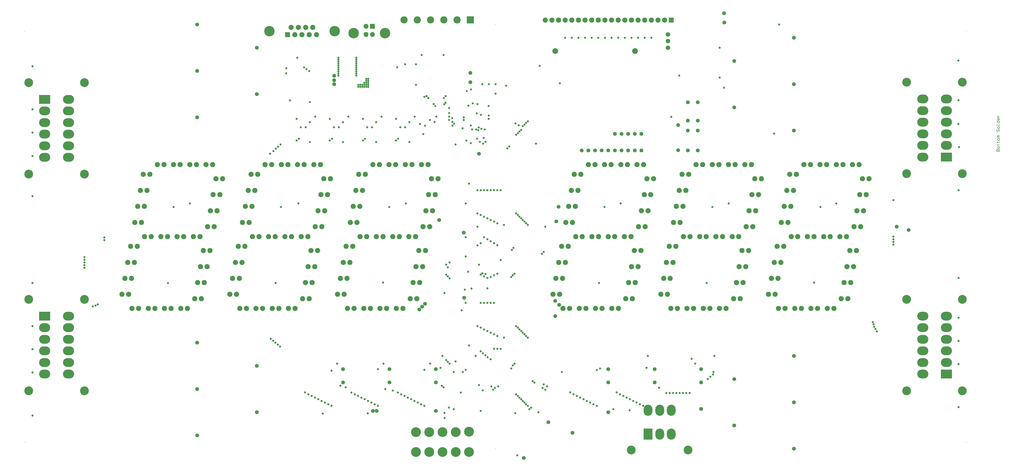
<source format=gbs>
%FSLAX23Y23*%
%MOIN*%
G70*
G01*
G75*
G04 Layer_Color=16711935*
%ADD10R,0.012X0.063*%
%ADD11R,0.050X0.055*%
%ADD12R,0.063X0.012*%
%ADD13R,0.055X0.050*%
%ADD14R,0.012X0.024*%
%ADD15R,0.024X0.012*%
%ADD16R,0.132X0.132*%
%ADD17R,0.024X0.081*%
%ADD18R,0.024X0.087*%
%ADD19R,0.075X0.051*%
%ADD20R,0.089X0.024*%
%ADD21R,0.055X0.065*%
%ADD22R,0.065X0.055*%
%ADD23R,0.035X0.037*%
%ADD24R,0.035X0.037*%
%ADD25R,0.100X0.100*%
%ADD26R,0.050X0.110*%
%ADD27R,0.110X0.115*%
%ADD28R,0.080X0.160*%
%ADD29R,0.450X0.450*%
%ADD30R,0.036X0.085*%
%ADD31R,0.425X0.410*%
%ADD32R,0.016X0.085*%
%ADD33R,0.016X0.085*%
%ADD34R,0.200X0.100*%
%ADD35R,0.063X0.031*%
%ADD36R,0.039X0.063*%
%ADD37R,0.160X0.080*%
%ADD38R,0.450X0.450*%
%ADD39R,0.217X0.280*%
%ADD40R,0.081X0.024*%
%ADD41R,0.012X0.063*%
%ADD42C,0.050*%
%ADD43R,0.102X0.094*%
%ADD44R,0.079X0.126*%
%ADD45R,0.079X0.126*%
%ADD46C,0.010*%
%ADD47C,0.020*%
%ADD48C,0.050*%
%ADD49C,0.030*%
%ADD50C,0.100*%
%ADD51C,0.150*%
%ADD52C,0.035*%
%ADD53C,0.040*%
%ADD54C,0.005*%
%ADD55C,0.100*%
%ADD56R,0.100X0.100*%
%ADD57C,0.125*%
%ADD58O,0.125X0.160*%
%ADD59R,0.125X0.160*%
%ADD60C,0.065*%
%ADD61R,0.065X0.065*%
%ADD62C,0.079*%
%ADD63R,0.160X0.125*%
%ADD64O,0.160X0.125*%
%ADD65C,0.070*%
%ADD66R,0.070X0.070*%
%ADD67C,0.060*%
%ADD68C,0.150*%
%ADD69R,0.070X0.070*%
%ADD70C,0.150*%
%ADD71C,0.140*%
%ADD72C,0.024*%
%ADD73C,0.008*%
%ADD74C,0.102*%
%ADD75C,0.165*%
%ADD76C,0.120*%
%ADD77C,0.080*%
%ADD78C,0.087*%
%ADD79C,0.196*%
%ADD80C,0.590*%
%ADD81C,0.072*%
%ADD82C,0.131*%
%ADD83C,0.085*%
%ADD84C,0.130*%
%ADD85C,0.052*%
%ADD86C,0.068*%
%ADD87C,0.160*%
%ADD88C,0.080*%
%ADD89C,0.010*%
%ADD90C,0.008*%
%ADD91C,0.005*%
%ADD92C,0.031*%
%ADD93C,0.008*%
%ADD94C,0.001*%
%ADD95C,0.002*%
%ADD96C,0.015*%
%ADD97R,0.020X0.071*%
%ADD98R,0.058X0.063*%
%ADD99R,0.071X0.020*%
%ADD100R,0.063X0.058*%
%ADD101R,0.016X0.028*%
%ADD102R,0.028X0.016*%
%ADD103R,0.140X0.140*%
%ADD104R,0.032X0.089*%
%ADD105R,0.032X0.095*%
%ADD106R,0.083X0.059*%
%ADD107R,0.097X0.032*%
%ADD108R,0.063X0.073*%
%ADD109R,0.073X0.063*%
%ADD110R,0.043X0.045*%
%ADD111R,0.043X0.045*%
%ADD112R,0.108X0.108*%
%ADD113R,0.058X0.118*%
%ADD114R,0.118X0.123*%
%ADD115R,0.088X0.168*%
%ADD116R,0.458X0.458*%
%ADD117R,0.044X0.093*%
%ADD118R,0.433X0.418*%
%ADD119R,0.024X0.093*%
%ADD120R,0.024X0.093*%
%ADD121R,0.208X0.108*%
%ADD122R,0.071X0.039*%
%ADD123R,0.047X0.071*%
%ADD124R,0.168X0.088*%
%ADD125R,0.458X0.458*%
%ADD126R,0.225X0.288*%
%ADD127R,0.089X0.032*%
%ADD128R,0.020X0.071*%
%ADD129C,0.090*%
%ADD130C,0.058*%
%ADD131R,0.110X0.102*%
%ADD132R,0.087X0.134*%
%ADD133R,0.087X0.134*%
%ADD134C,0.108*%
%ADD135R,0.108X0.108*%
%ADD136C,0.133*%
%ADD137O,0.133X0.168*%
%ADD138R,0.133X0.168*%
%ADD139C,0.073*%
%ADD140R,0.073X0.073*%
%ADD141C,0.087*%
%ADD142R,0.168X0.133*%
%ADD143O,0.168X0.133*%
%ADD144C,0.008*%
%ADD145C,0.078*%
%ADD146R,0.078X0.078*%
%ADD147C,0.158*%
%ADD148R,0.078X0.078*%
%ADD149C,0.158*%
%ADD150C,0.148*%
%ADD151C,0.032*%
D54*
X15055Y4785D02*
X15100D01*
Y4807D01*
X15093Y4815D01*
X15085D01*
X15078Y4807D01*
Y4785D01*
Y4807D01*
X15070Y4815D01*
X15063D01*
X15055Y4807D01*
Y4785D01*
X15100Y4837D02*
Y4852D01*
X15093Y4860D01*
X15078D01*
X15070Y4852D01*
Y4837D01*
X15078Y4830D01*
X15093D01*
X15100Y4837D01*
X15063Y4882D02*
X15070D01*
Y4875D01*
Y4890D01*
Y4882D01*
X15093D01*
X15100Y4890D01*
X15063Y4920D02*
X15070D01*
Y4912D01*
Y4927D01*
Y4920D01*
X15093D01*
X15100Y4927D01*
Y4957D02*
Y4972D01*
X15093Y4980D01*
X15078D01*
X15070Y4972D01*
Y4957D01*
X15078Y4950D01*
X15093D01*
X15100Y4957D01*
Y4995D02*
X15070D01*
Y5002D01*
X15078Y5010D01*
X15100D01*
X15078D01*
X15070Y5017D01*
X15078Y5025D01*
X15100D01*
X15063Y5115D02*
X15055Y5107D01*
Y5092D01*
X15063Y5085D01*
X15070D01*
X15078Y5092D01*
Y5107D01*
X15085Y5115D01*
X15093D01*
X15100Y5107D01*
Y5092D01*
X15093Y5085D01*
X15100Y5137D02*
Y5152D01*
X15093Y5160D01*
X15078D01*
X15070Y5152D01*
Y5137D01*
X15078Y5130D01*
X15093D01*
X15100Y5137D01*
Y5175D02*
Y5190D01*
Y5182D01*
X15055D01*
Y5175D01*
Y5242D02*
X15100D01*
Y5220D01*
X15093Y5212D01*
X15078D01*
X15070Y5220D01*
Y5242D01*
X15100Y5280D02*
Y5265D01*
X15093Y5257D01*
X15078D01*
X15070Y5265D01*
Y5280D01*
X15078Y5287D01*
X15085D01*
Y5257D01*
X15070Y5302D02*
X15100D01*
X15085D01*
X15078Y5310D01*
X15070Y5317D01*
Y5325D01*
D86*
X10100Y6550D02*
D03*
Y6450D02*
D03*
Y6350D02*
D03*
D130*
X8415Y3730D02*
D03*
X7020Y3560D02*
D03*
X8400Y2300D02*
D03*
X7025Y2575D02*
D03*
X5705Y870D02*
D03*
X5650D02*
D03*
X6600D02*
D03*
X6650Y3750D02*
D03*
X8450Y3950D02*
D03*
X6435Y2485D02*
D03*
X6393Y2443D02*
D03*
X8400Y2530D02*
D03*
X8460Y2470D02*
D03*
X6350Y2400D02*
D03*
X9900Y1500D02*
D03*
X10600D02*
D03*
Y1300D02*
D03*
X9900D02*
D03*
X9200Y1500D02*
D03*
Y1300D02*
D03*
X8660Y537D02*
D03*
X8295Y700D02*
D03*
X7925Y160D02*
D03*
X10945Y6870D02*
D03*
X10950Y6730D02*
D03*
X8900Y4800D02*
D03*
X9000D02*
D03*
X9100D02*
D03*
X9200D02*
D03*
X9300D02*
D03*
X9400D02*
D03*
X9500D02*
D03*
X9600D02*
D03*
X9700D02*
D03*
X8800D02*
D03*
X10252Y5182D02*
D03*
Y4802D02*
D03*
X9300Y5050D02*
D03*
X9400D02*
D03*
X9500D02*
D03*
X9600D02*
D03*
X9700D02*
D03*
X10400Y5100D02*
D03*
Y5250D02*
D03*
X10550D02*
D03*
Y5100D02*
D03*
X10400Y4800D02*
D03*
X10550D02*
D03*
Y5525D02*
D03*
X5200Y1300D02*
D03*
X5900D02*
D03*
X6600D02*
D03*
Y1500D02*
D03*
X5900D02*
D03*
X5200D02*
D03*
X3900Y1550D02*
D03*
X3000Y1900D02*
D03*
Y1200D02*
D03*
X3900Y850D02*
D03*
X3000Y500D02*
D03*
X11100Y1350D02*
D03*
Y650D02*
D03*
X12000Y300D02*
D03*
Y1000D02*
D03*
Y1700D02*
D03*
X11100Y6150D02*
D03*
Y5450D02*
D03*
X12000Y5100D02*
D03*
Y5800D02*
D03*
Y6500D02*
D03*
X3900Y6350D02*
D03*
Y5650D02*
D03*
X3000Y5300D02*
D03*
Y6000D02*
D03*
Y6700D02*
D03*
X5065Y5800D02*
D03*
X13730Y3600D02*
D03*
X13550Y3650D02*
D03*
X7250Y4750D02*
D03*
X7119Y5970D02*
D03*
X7120Y5830D02*
D03*
X5065Y5859D02*
D03*
X5065Y5924D02*
D03*
X10600Y900D02*
D03*
X9200Y850D02*
D03*
X10400Y5525D02*
D03*
D134*
X6120Y6770D02*
D03*
X6320D02*
D03*
X6520D02*
D03*
X6720D02*
D03*
X6920D02*
D03*
D135*
X7120D02*
D03*
D136*
X10403Y280D02*
D03*
X9547D02*
D03*
X14540Y1172D02*
D03*
Y2553D02*
D03*
X13700D02*
D03*
Y1172D02*
D03*
X460Y5823D02*
D03*
Y4442D02*
D03*
X1300D02*
D03*
Y5823D02*
D03*
X14540Y4447D02*
D03*
Y5828D02*
D03*
X13700D02*
D03*
Y4447D02*
D03*
X460Y2553D02*
D03*
Y1172D02*
D03*
X1300D02*
D03*
Y2553D02*
D03*
D137*
X10150Y879D02*
D03*
X9975D02*
D03*
X9800D02*
D03*
X10150Y520D02*
D03*
X9975D02*
D03*
D138*
X9800D02*
D03*
D139*
X5546Y6547D02*
D03*
Y6673D02*
D03*
X5644Y6547D02*
D03*
D140*
Y6673D02*
D03*
D141*
X9602Y6300D02*
D03*
X8398D02*
D03*
D142*
X14300Y1425D02*
D03*
X700Y5570D02*
D03*
X14300Y4700D02*
D03*
X700Y2300D02*
D03*
D143*
X14300Y1600D02*
D03*
Y1775D02*
D03*
Y1950D02*
D03*
Y2125D02*
D03*
Y2300D02*
D03*
X13941Y1425D02*
D03*
Y1600D02*
D03*
Y1775D02*
D03*
Y1950D02*
D03*
Y2125D02*
D03*
Y2300D02*
D03*
X700Y5395D02*
D03*
Y5220D02*
D03*
Y5045D02*
D03*
Y4870D02*
D03*
Y4695D02*
D03*
X1059Y5570D02*
D03*
Y5395D02*
D03*
Y5220D02*
D03*
Y5045D02*
D03*
Y4870D02*
D03*
Y4695D02*
D03*
X14300Y4875D02*
D03*
Y5050D02*
D03*
Y5225D02*
D03*
Y5400D02*
D03*
Y5575D02*
D03*
X13941Y4700D02*
D03*
Y4875D02*
D03*
Y5050D02*
D03*
Y5225D02*
D03*
Y5400D02*
D03*
Y5575D02*
D03*
X700Y2125D02*
D03*
Y1950D02*
D03*
Y1775D02*
D03*
Y1600D02*
D03*
Y1425D02*
D03*
X1059Y2300D02*
D03*
Y2125D02*
D03*
Y1950D02*
D03*
Y1775D02*
D03*
Y1600D02*
D03*
Y1425D02*
D03*
D144*
X14600Y400D02*
D03*
X7500Y300D02*
D03*
X400Y400D02*
D03*
X14600Y6600D02*
D03*
X7500Y6700D02*
D03*
X400Y6600D02*
D03*
D145*
X8250Y6765D02*
D03*
X8350D02*
D03*
X8450D02*
D03*
X8750D02*
D03*
X9650D02*
D03*
X9750D02*
D03*
X9850D02*
D03*
X9950D02*
D03*
X10050D02*
D03*
X9550D02*
D03*
X9450D02*
D03*
X9350D02*
D03*
X9250D02*
D03*
X9150D02*
D03*
X9050D02*
D03*
X8950D02*
D03*
X8850D02*
D03*
X8650D02*
D03*
X8550D02*
D03*
X4798Y6544D02*
D03*
X4744Y6656D02*
D03*
X4689Y6544D02*
D03*
X4635Y6656D02*
D03*
X4580Y6544D02*
D03*
X4525Y6656D02*
D03*
X4471Y6544D02*
D03*
X4417Y6656D02*
D03*
X2795Y3500D02*
D03*
X2695D02*
D03*
X2307D02*
D03*
X2207D02*
D03*
X2243Y4195D02*
D03*
X2144D02*
D03*
X2158Y3713D02*
D03*
X2058D02*
D03*
X2052Y3110D02*
D03*
X1952D02*
D03*
X1967Y2627D02*
D03*
X1867D02*
D03*
X2116Y2414D02*
D03*
X2016D02*
D03*
X2606D02*
D03*
X2506D02*
D03*
X3106Y2805D02*
D03*
X3007D02*
D03*
X3192Y3287D02*
D03*
X3092D02*
D03*
X3298Y3890D02*
D03*
X3198D02*
D03*
X3383Y4373D02*
D03*
X3283D02*
D03*
X2989Y4586D02*
D03*
X2889D02*
D03*
X2499D02*
D03*
X2399D02*
D03*
X3043Y3500D02*
D03*
X2943D02*
D03*
X2553D02*
D03*
X2453D02*
D03*
X2286Y4437D02*
D03*
X2186D02*
D03*
X2201Y3954D02*
D03*
X2101D02*
D03*
X2095Y3351D02*
D03*
X1995D02*
D03*
X2010Y2868D02*
D03*
X1910D02*
D03*
X2361Y2414D02*
D03*
X2261D02*
D03*
X2851D02*
D03*
X2751D02*
D03*
X3064Y2563D02*
D03*
X2964D02*
D03*
X3149Y3046D02*
D03*
X3049D02*
D03*
X3255Y3649D02*
D03*
X3155D02*
D03*
X3341Y4132D02*
D03*
X3240D02*
D03*
X3234Y4586D02*
D03*
X3134D02*
D03*
X2744D02*
D03*
X2644D02*
D03*
X4423Y3500D02*
D03*
X4323D02*
D03*
X3932D02*
D03*
X3832D02*
D03*
X3868Y4195D02*
D03*
X3769D02*
D03*
X3783Y3713D02*
D03*
X3683D02*
D03*
X3677Y3110D02*
D03*
X3577D02*
D03*
X3592Y2627D02*
D03*
X3492D02*
D03*
X3741Y2414D02*
D03*
X3641D02*
D03*
X4231D02*
D03*
X4131D02*
D03*
X4732Y2805D02*
D03*
X4631D02*
D03*
X4817Y3287D02*
D03*
X4717D02*
D03*
X4923Y3890D02*
D03*
X4823D02*
D03*
X5008Y4373D02*
D03*
X4908D02*
D03*
X4614Y4586D02*
D03*
X4514D02*
D03*
X4124D02*
D03*
X4024D02*
D03*
X4668Y3500D02*
D03*
X4568D02*
D03*
X4177D02*
D03*
X4077D02*
D03*
X3911Y4437D02*
D03*
X3811D02*
D03*
X3826Y3954D02*
D03*
X3726D02*
D03*
X3720Y3351D02*
D03*
X3620D02*
D03*
X3635Y2868D02*
D03*
X3534D02*
D03*
X3986Y2414D02*
D03*
X3886D02*
D03*
X4476D02*
D03*
X4376D02*
D03*
X4689Y2563D02*
D03*
X4589D02*
D03*
X4774Y3046D02*
D03*
X4674D02*
D03*
X4880Y3649D02*
D03*
X4780D02*
D03*
X4965Y4132D02*
D03*
X4865D02*
D03*
X4859Y4586D02*
D03*
X4759D02*
D03*
X4369D02*
D03*
X4269D02*
D03*
X6048Y3500D02*
D03*
X5948D02*
D03*
X5557D02*
D03*
X5457D02*
D03*
X5494Y4195D02*
D03*
X5393D02*
D03*
X5408Y3713D02*
D03*
X5308D02*
D03*
X5302Y3110D02*
D03*
X5202D02*
D03*
X5217Y2627D02*
D03*
X5117D02*
D03*
X5366Y2414D02*
D03*
X5266D02*
D03*
X5856D02*
D03*
X5756D02*
D03*
X6357Y2805D02*
D03*
X6256D02*
D03*
X6442Y3287D02*
D03*
X6342D02*
D03*
X6548Y3890D02*
D03*
X6448D02*
D03*
X6633Y4373D02*
D03*
X6533D02*
D03*
X6239Y4586D02*
D03*
X6139D02*
D03*
X5749D02*
D03*
X5649D02*
D03*
X6293Y3500D02*
D03*
X6193D02*
D03*
X5802D02*
D03*
X5702D02*
D03*
X5536Y4437D02*
D03*
X5436D02*
D03*
X5451Y3954D02*
D03*
X5351D02*
D03*
X5345Y3351D02*
D03*
X5245D02*
D03*
X5260Y2868D02*
D03*
X5160D02*
D03*
X5611Y2414D02*
D03*
X5511D02*
D03*
X6101D02*
D03*
X6001D02*
D03*
X6314Y2563D02*
D03*
X6214D02*
D03*
X6399Y3046D02*
D03*
X6299D02*
D03*
X6505Y3649D02*
D03*
X6405D02*
D03*
X6590Y4132D02*
D03*
X6490D02*
D03*
X6484Y4586D02*
D03*
X6384D02*
D03*
X5994D02*
D03*
X5894D02*
D03*
X9297Y3500D02*
D03*
X9198D02*
D03*
X8807D02*
D03*
X8708D02*
D03*
X8743Y4195D02*
D03*
X8644D02*
D03*
X8658Y3713D02*
D03*
X8558D02*
D03*
X8552Y3110D02*
D03*
X8452D02*
D03*
X8467Y2627D02*
D03*
X8367D02*
D03*
X8616Y2414D02*
D03*
X8516D02*
D03*
X9106D02*
D03*
X9006D02*
D03*
X9606Y2805D02*
D03*
X9507D02*
D03*
X9692Y3287D02*
D03*
X9592D02*
D03*
X9798Y3890D02*
D03*
X9698D02*
D03*
X9883Y4373D02*
D03*
X9783D02*
D03*
X9489Y4586D02*
D03*
X9389D02*
D03*
X8999D02*
D03*
X8899D02*
D03*
X9542Y3500D02*
D03*
X9443D02*
D03*
X9052D02*
D03*
X8953D02*
D03*
X8786Y4437D02*
D03*
X8686D02*
D03*
X8701Y3954D02*
D03*
X8601D02*
D03*
X8595Y3351D02*
D03*
X8495D02*
D03*
X8509Y2868D02*
D03*
X8410D02*
D03*
X8861Y2414D02*
D03*
X8761D02*
D03*
X9351D02*
D03*
X9251D02*
D03*
X9564Y2563D02*
D03*
X9464D02*
D03*
X9649Y3046D02*
D03*
X9549D02*
D03*
X9755Y3649D02*
D03*
X9655D02*
D03*
X9840Y4132D02*
D03*
X9741D02*
D03*
X9734Y4586D02*
D03*
X9634D02*
D03*
X9244D02*
D03*
X9144D02*
D03*
X10922Y3500D02*
D03*
X10823D02*
D03*
X10432D02*
D03*
X10333D02*
D03*
X10368Y4195D02*
D03*
X10269D02*
D03*
X10283Y3713D02*
D03*
X10183D02*
D03*
X10177Y3110D02*
D03*
X10077D02*
D03*
X10092Y2627D02*
D03*
X9992D02*
D03*
X10241Y2414D02*
D03*
X10141D02*
D03*
X10731D02*
D03*
X10631D02*
D03*
X11231Y2805D02*
D03*
X11132D02*
D03*
X11317Y3287D02*
D03*
X11217D02*
D03*
X11423Y3890D02*
D03*
X11323D02*
D03*
X11508Y4373D02*
D03*
X11408D02*
D03*
X11114Y4586D02*
D03*
X11014D02*
D03*
X10624D02*
D03*
X10524D02*
D03*
X11167Y3500D02*
D03*
X11068D02*
D03*
X10677D02*
D03*
X10578D02*
D03*
X10411Y4437D02*
D03*
X10311D02*
D03*
X10326Y3954D02*
D03*
X10226D02*
D03*
X10220Y3351D02*
D03*
X10120D02*
D03*
X10134Y2868D02*
D03*
X10035D02*
D03*
X10486Y2414D02*
D03*
X10386D02*
D03*
X10976D02*
D03*
X10876D02*
D03*
X11189Y2563D02*
D03*
X11089D02*
D03*
X11274Y3046D02*
D03*
X11174D02*
D03*
X11380Y3649D02*
D03*
X11280D02*
D03*
X11465Y4132D02*
D03*
X11366D02*
D03*
X11359Y4586D02*
D03*
X11259D02*
D03*
X10869D02*
D03*
X10769D02*
D03*
X12547Y3500D02*
D03*
X12448D02*
D03*
X12057D02*
D03*
X11958D02*
D03*
X11993Y4195D02*
D03*
X11894D02*
D03*
X11908Y3713D02*
D03*
X11808D02*
D03*
X11802Y3110D02*
D03*
X11702D02*
D03*
X11717Y2627D02*
D03*
X11617D02*
D03*
X11866Y2414D02*
D03*
X11766D02*
D03*
X12356D02*
D03*
X12256D02*
D03*
X12856Y2805D02*
D03*
X12757D02*
D03*
X12942Y3287D02*
D03*
X12842D02*
D03*
X13048Y3890D02*
D03*
X12948D02*
D03*
X13133Y4373D02*
D03*
X13033D02*
D03*
X12739Y4586D02*
D03*
X12639D02*
D03*
X12249D02*
D03*
X12149D02*
D03*
X12792Y3500D02*
D03*
X12693D02*
D03*
X12302D02*
D03*
X12203D02*
D03*
X12036Y4437D02*
D03*
X11936D02*
D03*
X11951Y3954D02*
D03*
X11851D02*
D03*
X11845Y3351D02*
D03*
X11745D02*
D03*
X11759Y2868D02*
D03*
X11660D02*
D03*
X12111Y2414D02*
D03*
X12011D02*
D03*
X12601D02*
D03*
X12501D02*
D03*
X12814Y2563D02*
D03*
X12714D02*
D03*
X12899Y3046D02*
D03*
X12799D02*
D03*
X13005Y3649D02*
D03*
X12905D02*
D03*
X13090Y4132D02*
D03*
X12991D02*
D03*
X12984Y4586D02*
D03*
X12884D02*
D03*
X12494D02*
D03*
X12394D02*
D03*
D146*
X10150Y6765D02*
D03*
D147*
X5832Y6567D02*
D03*
X5358D02*
D03*
D148*
X4362Y6544D02*
D03*
D149*
X4088Y6600D02*
D03*
X5072D02*
D03*
D150*
X6300Y250D02*
D03*
X6500D02*
D03*
X6700D02*
D03*
X6900D02*
D03*
X6300Y550D02*
D03*
X6500D02*
D03*
X6700D02*
D03*
X6900D02*
D03*
X7100Y555D02*
D03*
Y250D02*
D03*
D151*
X7225Y5500D02*
D03*
X7125Y4910D02*
D03*
X7285Y5125D02*
D03*
X7264Y4930D02*
D03*
X7350D02*
D03*
X7125Y5175D02*
D03*
X7300Y5800D02*
D03*
X7135Y2715D02*
D03*
X7085Y2970D02*
D03*
X6800Y5260D02*
D03*
X6510D02*
D03*
X6805Y3110D02*
D03*
X6745Y5620D02*
D03*
X6460D02*
D03*
X6755Y3075D02*
D03*
X6720Y5590D02*
D03*
X6485D02*
D03*
X6780Y3035D02*
D03*
X7350Y2935D02*
D03*
X7300Y2945D02*
D03*
X7250Y3075D02*
D03*
X5109Y1581D02*
D03*
X6755Y1635D02*
D03*
Y2925D02*
D03*
X7275D02*
D03*
X7325Y2900D02*
D03*
X6780D02*
D03*
Y1610D02*
D03*
X5809Y1581D02*
D03*
X7375Y2875D02*
D03*
X6805Y2870D02*
D03*
Y1581D02*
D03*
X6514Y1581D02*
D03*
X7425Y2890D02*
D03*
X7735D02*
D03*
Y1510D02*
D03*
X9075D02*
D03*
X7475Y2915D02*
D03*
X7760D02*
D03*
Y1555D02*
D03*
X9775Y1520D02*
D03*
X7525Y2940D02*
D03*
X7785D02*
D03*
Y1581D02*
D03*
X10509Y1581D02*
D03*
X7050Y1490D02*
D03*
X7100Y1855D02*
D03*
X7575Y1805D02*
D03*
X7525D02*
D03*
X7475D02*
D03*
X7425Y1650D02*
D03*
X7380Y1680D02*
D03*
X7345Y1710D02*
D03*
X7310Y1740D02*
D03*
X7275Y1770D02*
D03*
X7985Y1975D02*
D03*
X7625D02*
D03*
X7985Y3675D02*
D03*
X7625D02*
D03*
X7050Y3490D02*
D03*
X7575Y3145D02*
D03*
X7325Y3490D02*
D03*
X5520Y5820D02*
D03*
X5550Y5880D02*
D03*
Y5850D02*
D03*
Y5820D02*
D03*
X5430Y5790D02*
D03*
X5460D02*
D03*
X5490D02*
D03*
X5520D02*
D03*
X5550D02*
D03*
X5430Y5760D02*
D03*
X5460D02*
D03*
X5490D02*
D03*
X5520D02*
D03*
X5550D02*
D03*
X5580D02*
D03*
Y5790D02*
D03*
Y5820D02*
D03*
Y5850D02*
D03*
Y5880D02*
D03*
X5400Y5930D02*
D03*
X5130D02*
D03*
Y5960D02*
D03*
Y5990D02*
D03*
Y6020D02*
D03*
Y6050D02*
D03*
Y6080D02*
D03*
Y6110D02*
D03*
Y6140D02*
D03*
Y6170D02*
D03*
Y6200D02*
D03*
X5400Y5960D02*
D03*
Y5990D02*
D03*
Y6020D02*
D03*
Y6050D02*
D03*
Y6080D02*
D03*
Y6110D02*
D03*
Y6140D02*
D03*
Y6170D02*
D03*
Y6200D02*
D03*
X4563Y5150D02*
D03*
X4637D02*
D03*
X5063D02*
D03*
X5137D02*
D03*
X5563D02*
D03*
X5637D02*
D03*
X6063D02*
D03*
X6137D02*
D03*
X6360Y5200D02*
D03*
X4531Y4975D02*
D03*
X5031D02*
D03*
X5530D02*
D03*
X6030D02*
D03*
X5500Y4950D02*
D03*
X5000D02*
D03*
X4500D02*
D03*
X6000D02*
D03*
X5780Y5310D02*
D03*
X5280D02*
D03*
X4780D02*
D03*
X6280Y5310D02*
D03*
X5200Y4925D02*
D03*
X5700D02*
D03*
Y5225D02*
D03*
X5200D02*
D03*
X4700D02*
D03*
X6200D02*
D03*
Y4925D02*
D03*
X4700D02*
D03*
X5000Y5275D02*
D03*
X5500D02*
D03*
X6000D02*
D03*
X4500D02*
D03*
X6136Y6100D02*
D03*
X4700Y5530D02*
D03*
X4400Y5555D02*
D03*
X6015Y6055D02*
D03*
X7825Y200D02*
D03*
X7200Y1700D02*
D03*
X6700D02*
D03*
X6410Y5045D02*
D03*
X7660Y5775D02*
D03*
X8250Y3650D02*
D03*
X7225D02*
D03*
X11775Y6700D02*
D03*
X7705Y4860D02*
D03*
X8470Y5813D02*
D03*
X7675Y4830D02*
D03*
X6975Y1145D02*
D03*
X9325Y1150D02*
D03*
X8625D02*
D03*
X5325Y1145D02*
D03*
X6990Y2385D02*
D03*
X7050Y2500D02*
D03*
Y4000D02*
D03*
X7100Y4300D02*
D03*
X7280Y5335D02*
D03*
X4690Y5995D02*
D03*
X4650Y6025D02*
D03*
X7130Y5720D02*
D03*
X10455Y1655D02*
D03*
X7575Y4200D02*
D03*
X10880Y6350D02*
D03*
X7525Y4200D02*
D03*
X10880Y5900D02*
D03*
X10270Y5930D02*
D03*
X10945Y5745D02*
D03*
X7475Y4200D02*
D03*
X6798Y5363D02*
D03*
Y5437D02*
D03*
X6730Y763D02*
D03*
X6728Y837D02*
D03*
X6025Y1145D02*
D03*
X4625Y1150D02*
D03*
X1300Y3030D02*
D03*
Y3070D02*
D03*
Y3110D02*
D03*
Y3150D02*
D03*
Y3190D02*
D03*
X4220Y4855D02*
D03*
X4255Y4890D02*
D03*
X4185Y4825D02*
D03*
X4150Y4790D02*
D03*
X4100Y4750D02*
D03*
X1425Y2445D02*
D03*
X1465Y2460D02*
D03*
X1500Y2475D02*
D03*
X8550Y6500D02*
D03*
X8650D02*
D03*
X8750D02*
D03*
X8850D02*
D03*
X8950D02*
D03*
X9050D02*
D03*
X9150D02*
D03*
X9250D02*
D03*
X9350D02*
D03*
X9450D02*
D03*
X9550D02*
D03*
X9650D02*
D03*
X7985Y5240D02*
D03*
X7960Y5215D02*
D03*
X7935Y5190D02*
D03*
X7910Y5165D02*
D03*
X7885Y5110D02*
D03*
X7860Y5085D02*
D03*
X7835Y5060D02*
D03*
X7810Y5035D02*
D03*
X1600Y3445D02*
D03*
Y3485D02*
D03*
X7225Y3365D02*
D03*
X7275Y3400D02*
D03*
X13190Y2210D02*
D03*
X13200Y2175D02*
D03*
X13210Y2140D02*
D03*
X13230Y2105D02*
D03*
X13250Y2070D02*
D03*
X13500Y3380D02*
D03*
Y3420D02*
D03*
X7525Y3370D02*
D03*
X7475Y3400D02*
D03*
X13500Y3460D02*
D03*
X7425Y3430D02*
D03*
X13500Y3500D02*
D03*
X7375Y3460D02*
D03*
X13500Y4050D02*
D03*
X6895Y4890D02*
D03*
Y1615D02*
D03*
X7375Y4200D02*
D03*
X7325D02*
D03*
X7275D02*
D03*
X7225D02*
D03*
X7475Y2500D02*
D03*
X7425D02*
D03*
X7375D02*
D03*
X7325D02*
D03*
X7275D02*
D03*
X10800Y1700D02*
D03*
X9795D02*
D03*
X6425Y1490D02*
D03*
X10785Y1455D02*
D03*
X9025Y1485D02*
D03*
X10780Y1420D02*
D03*
X10740Y1385D02*
D03*
X5725Y1500D02*
D03*
X10700Y1350D02*
D03*
X5025Y1475D02*
D03*
X12304Y2805D02*
D03*
X10684Y2800D02*
D03*
X9059D02*
D03*
X5804Y2805D02*
D03*
X4184Y2800D02*
D03*
X2559D02*
D03*
X2890Y4000D02*
D03*
X2641Y3946D02*
D03*
X4264D02*
D03*
X4525Y4000D02*
D03*
X5896Y3946D02*
D03*
X6145Y4000D02*
D03*
X9141Y3946D02*
D03*
X9385Y4000D02*
D03*
X12640D02*
D03*
X11015D02*
D03*
X10769Y3946D02*
D03*
X12400D02*
D03*
X4675Y1120D02*
D03*
X4725Y1095D02*
D03*
X4775Y1070D02*
D03*
X4825Y1045D02*
D03*
X4875Y1020D02*
D03*
X4925Y995D02*
D03*
X4975Y970D02*
D03*
X5375Y1120D02*
D03*
X5425Y1095D02*
D03*
X5475Y1070D02*
D03*
X5525Y1045D02*
D03*
X5575Y1020D02*
D03*
X5625Y995D02*
D03*
X5675Y970D02*
D03*
X6075Y1120D02*
D03*
X6125Y1095D02*
D03*
X6175Y1070D02*
D03*
X6225Y1045D02*
D03*
X6275Y1020D02*
D03*
X6325Y995D02*
D03*
X6375Y970D02*
D03*
X8675Y1120D02*
D03*
X8725Y1095D02*
D03*
X8775Y1070D02*
D03*
X8825Y1045D02*
D03*
X8875Y1020D02*
D03*
X8925Y995D02*
D03*
X8975Y970D02*
D03*
X9375Y1120D02*
D03*
X9425Y1095D02*
D03*
X9475Y1070D02*
D03*
X9525Y1045D02*
D03*
X9575Y1020D02*
D03*
X9625Y995D02*
D03*
X9675Y970D02*
D03*
X7910Y1020D02*
D03*
X7885Y1045D02*
D03*
X7935Y995D02*
D03*
X7960Y970D02*
D03*
X7860Y1070D02*
D03*
X7835Y1095D02*
D03*
X7810Y1120D02*
D03*
X7225Y3850D02*
D03*
X7810D02*
D03*
X7275Y3825D02*
D03*
X7835D02*
D03*
X7325Y3800D02*
D03*
X7860D02*
D03*
X7375Y3775D02*
D03*
X7885D02*
D03*
X7425Y3750D02*
D03*
X7910D02*
D03*
X7475Y3725D02*
D03*
X7935D02*
D03*
X7525Y3700D02*
D03*
X7960D02*
D03*
X7225Y2150D02*
D03*
X7810D02*
D03*
X7275Y2125D02*
D03*
X7835D02*
D03*
X7325Y2100D02*
D03*
X7860D02*
D03*
X7375Y2075D02*
D03*
X7885D02*
D03*
X7425Y2050D02*
D03*
X7910D02*
D03*
X7475Y2025D02*
D03*
X7935D02*
D03*
X7525Y2000D02*
D03*
X7960D02*
D03*
X4342Y6037D02*
D03*
Y5963D02*
D03*
X8145Y850D02*
D03*
X14483Y925D02*
D03*
Y1575D02*
D03*
Y1925D02*
D03*
Y2275D02*
D03*
Y2875D02*
D03*
Y4200D02*
D03*
X14488Y4850D02*
D03*
X14478Y5200D02*
D03*
X14483Y5555D02*
D03*
X14478Y6155D02*
D03*
X517Y6070D02*
D03*
Y5420D02*
D03*
Y5070D02*
D03*
Y4715D02*
D03*
Y4110D02*
D03*
Y2800D02*
D03*
Y2150D02*
D03*
Y1800D02*
D03*
Y1450D02*
D03*
Y800D02*
D03*
X10150Y5305D02*
D03*
X7425Y4200D02*
D03*
X11698Y5052D02*
D03*
X6300Y5790D02*
D03*
Y6100D02*
D03*
X7313Y4902D02*
D03*
X8165Y6075D02*
D03*
X7395Y5275D02*
D03*
Y5325D02*
D03*
X7800Y5205D02*
D03*
X8010Y895D02*
D03*
X8110Y4902D02*
D03*
X8035Y920D02*
D03*
X7850Y5180D02*
D03*
X7397Y5467D02*
D03*
X5835Y1200D02*
D03*
X5950Y1175D02*
D03*
X8085Y1295D02*
D03*
X8060Y1320D02*
D03*
X5573Y832D02*
D03*
X4893Y828D02*
D03*
X8200Y3240D02*
D03*
X8225Y3270D02*
D03*
X7770Y3330D02*
D03*
X7745Y3300D02*
D03*
X7335Y5115D02*
D03*
X9850Y6500D02*
D03*
X9750D02*
D03*
X7320Y4990D02*
D03*
X7220Y4975D02*
D03*
X7240Y5105D02*
D03*
X7146Y5114D02*
D03*
X7205Y5115D02*
D03*
X7060Y4950D02*
D03*
X7003Y5133D02*
D03*
X6872Y5202D02*
D03*
X7020Y5260D02*
D03*
Y5300D02*
D03*
X7005Y1455D02*
D03*
X6870D02*
D03*
X6580Y5230D02*
D03*
X6850D02*
D03*
X4510Y6200D02*
D03*
X6845Y5285D02*
D03*
X4613Y6052D02*
D03*
X6800Y5310D02*
D03*
X6715Y6237D02*
D03*
X6387D02*
D03*
X5240Y1225D02*
D03*
X6715D02*
D03*
X5160Y1250D02*
D03*
X6690D02*
D03*
X6605Y5310D02*
D03*
X6590Y5470D02*
D03*
X6725Y5495D02*
D03*
X6565Y5500D02*
D03*
X6745Y5520D02*
D03*
X4250Y1840D02*
D03*
X4215Y1870D02*
D03*
X4180Y1900D02*
D03*
X4110Y1960D02*
D03*
X4145Y1930D02*
D03*
X7375Y2720D02*
D03*
X6730Y2650D02*
D03*
X6848Y5172D02*
D03*
X6435Y5172D02*
D03*
X7035Y2700D02*
D03*
X8275Y1240D02*
D03*
X7540D02*
D03*
X8250Y1190D02*
D03*
X7463D02*
D03*
X8225Y1270D02*
D03*
X8210Y1215D02*
D03*
X7488D02*
D03*
X7437Y1240D02*
D03*
X9521Y879D02*
D03*
X9275Y895D02*
D03*
X7250Y1260D02*
D03*
X7305Y1180D02*
D03*
X7067Y5695D02*
D03*
X6425Y5610D02*
D03*
X8500Y1455D02*
D03*
X6670Y1520D02*
D03*
X7215Y5360D02*
D03*
X7090Y5475D02*
D03*
X7155Y5510D02*
D03*
X7500Y5800D02*
D03*
X7245Y5145D02*
D03*
X7500Y5655D02*
D03*
X7400Y5800D02*
D03*
X7050Y3200D02*
D03*
X9965Y1220D02*
D03*
X10075Y1140D02*
D03*
X10125D02*
D03*
X10175D02*
D03*
X10225D02*
D03*
X10275D02*
D03*
X10325D02*
D03*
X10375D02*
D03*
X9025Y945D02*
D03*
X10425Y1140D02*
D03*
X9725Y945D02*
D03*
X5025D02*
D03*
X6425D02*
D03*
X5725D02*
D03*
X7985D02*
D03*
X6795Y920D02*
D03*
X6870Y895D02*
D03*
X7275Y870D02*
D03*
X7795Y835D02*
D03*
M02*

</source>
